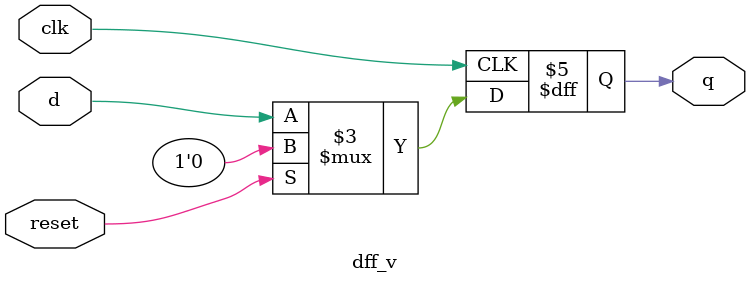
<source format=v>
`ifndef _DFF_V
`define _DFF_V
`timescale 100ps/10ps
module dff_v   (
q,     // Output signal 
d,     // Data input
clk,   // clock input
reset // reset input
);
//------------Input Ports-------------- 
input d, clk, reset;
//------------Internal Variables--------
output q;
reg q;
//-------------Code Starts Here-------
always @(posedge clk)
if (reset) begin // active high reset
  q <= 0;
end else begin
  q <= d;
end

endmodule 
`endif


</source>
